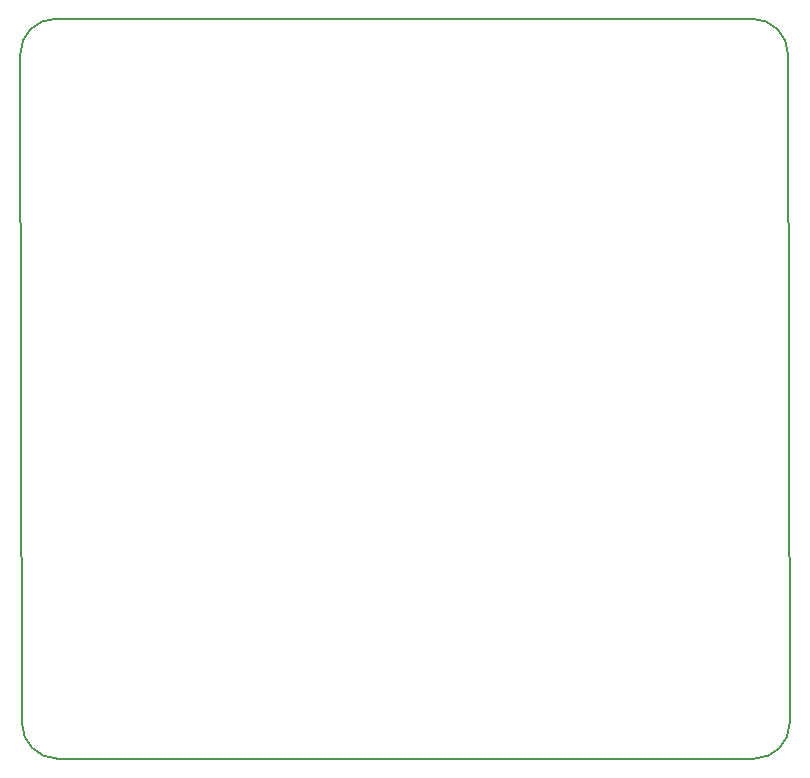
<source format=gm1>
G04 #@! TF.GenerationSoftware,KiCad,Pcbnew,(5.1.10-1-10_14)*
G04 #@! TF.CreationDate,2021-11-26T00:33:47-05:00*
G04 #@! TF.ProjectId,tool_circuit,746f6f6c-5f63-4697-9263-7569742e6b69,1.0*
G04 #@! TF.SameCoordinates,Original*
G04 #@! TF.FileFunction,Profile,NP*
%FSLAX46Y46*%
G04 Gerber Fmt 4.6, Leading zero omitted, Abs format (unit mm)*
G04 Created by KiCad (PCBNEW (5.1.10-1-10_14)) date 2021-11-26 00:33:47*
%MOMM*%
%LPD*%
G01*
G04 APERTURE LIST*
G04 #@! TA.AperFunction,Profile*
%ADD10C,0.150000*%
G04 #@! TD*
G04 APERTURE END LIST*
D10*
X103380000Y-104955500D02*
X102880000Y-104955500D01*
X161380000Y-104955500D02*
X161880000Y-104955500D01*
X164727600Y-45316500D02*
X164880000Y-101955500D01*
X102727600Y-42316500D02*
X161727600Y-42316500D01*
X99880000Y-101955500D02*
X99727600Y-45316500D01*
X99727600Y-45316500D02*
G75*
G02*
X102727600Y-42316500I3000000J0D01*
G01*
X102880000Y-104955500D02*
G75*
G02*
X99880000Y-101955500I0J3000000D01*
G01*
X164880000Y-101955500D02*
G75*
G02*
X161880000Y-104955500I-3000000J0D01*
G01*
X161727600Y-42316500D02*
G75*
G02*
X164727600Y-45316500I0J-3000000D01*
G01*
X103380000Y-104955500D02*
X161380000Y-104955500D01*
M02*

</source>
